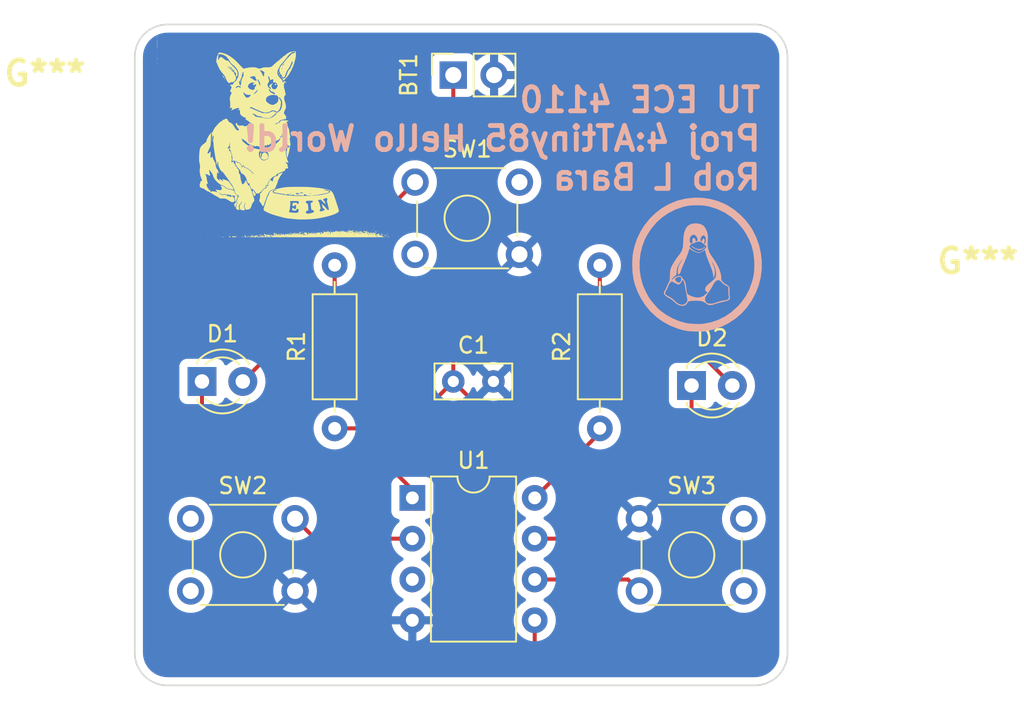
<source format=kicad_pcb>
(kicad_pcb (version 20211014) (generator pcbnew)
  (title_block (title "TU ECE 4110") (date "2022-09-28") (rev "V1") (company "Project 4 ATtiny85 Hello World!") (comment 1 "Rob L Bara"))
  (layers (0 "F.Cu" signal) (31 "B.Cu" signal) (34 "B.Paste" user) (35 "F.Paste" user) (36 "B.SilkS" user "B.Silkscreen") (37 "F.SilkS" user "F.Silkscreen") (38 "B.Mask" user) (39 "F.Mask" user) (44 "Edge.Cuts" user))
  (net 0 "")
  (net 1 "VCC")
  (net 2 "GND")
  (net 3 "/PB3")
  (net 4 "Net-(D1-Pad2)")
  (net 5 "Net-(D2-Pad2)")
  (net 9 "/PB0")
  (net 11 "/PB5")
  (net 12 "/PB1")
  (net 13 "/PB2")
  (net 14 "/PB4")
  (footprint "LED_THT:LED_D3.0mm" (layer "F.Cu") (at 153.03 93.345)
    (fp_text reference "D1" (at 1.27 -2.96) (layer "F.SilkS"))
    (fp_text value "LED")
    (pad "1" thru_hole rect (at 0 0) (size 1.8 1.8) (drill 0.9) (layers *.Cu *.Mask) (net 3 "/PB3"))
    (pad "2" thru_hole circle (at 2.54 0) (size 1.8 1.8) (drill 0.9) (layers *.Cu *.Mask) (net 4 "Net-(D1-Pad2)"))
  )
  (footprint "Connector_PinSocket_2.54mm:PinSocket_1x02_P2.54mm_Vertical" (layer "F.Cu") (at 168.676 74.27 90)
    (fp_text reference "BT1" (at 0 -2.77 90) (layer "F.SilkS"))
    (fp_text value "Battery")
    (pad "1" thru_hole rect (at 0 0 90) (size 1.7 1.7) (drill 1) (layers *.Cu *.Mask) (net 1 "VCC"))
    (pad "2" thru_hole oval (at 0 2.54 90) (size 1.7 1.7) (drill 1) (layers *.Cu *.Mask) (net 2 "GND"))
  )
  (footprint "Button_Switch_THT:SW_TH_Tactile_Omron_B3F-10xx" (layer "F.Cu") (at 166.295 80.935)
    (fp_text reference "SW1" (at 3.25 -2.05) (layer "F.SilkS"))
    (fp_text value "SW_MEC_5E")
    (pad "1" thru_hole circle (at 0 0) (size 1.7 1.7) (drill 1) (layers *.Cu *.Mask) (net 11 "/PB5"))
    (pad "2" thru_hole circle (at 6.5 0) (size 1.7 1.7) (drill 1) (layers *.Cu *.Mask))
    (pad "3" thru_hole circle (at 0 4.5) (size 1.7 1.7) (drill 1) (layers *.Cu *.Mask))
    (pad "4" thru_hole circle (at 6.5 4.5) (size 1.7 1.7) (drill 1) (layers *.Cu *.Mask) (net 2 "GND"))
  )
  (footprint "Package_DIP:DIP-8_W7.62mm" (layer "F.Cu") (at 166.126 100.594)
    (fp_text reference "U1" (at 3.81 -2.33) (layer "F.SilkS"))
    (fp_text value "ATtiny85-20P")
    (pad "1" thru_hole rect (at 0 0) (size 1.6 1.6) (drill 0.8) (layers *.Cu *.Mask) (net 11 "/PB5"))
    (pad "2" thru_hole oval (at 0 2.54) (size 1.6 1.6) (drill 0.8) (layers *.Cu *.Mask) (net 3 "/PB3"))
    (pad "3" thru_hole oval (at 0 5.08) (size 1.6 1.6) (drill 0.8) (layers *.Cu *.Mask) (net 14 "/PB4"))
    (pad "4" thru_hole oval (at 0 7.62) (size 1.6 1.6) (drill 0.8) (layers *.Cu *.Mask) (net 2 "GND"))
    (pad "5" thru_hole oval (at 7.62 7.62) (size 1.6 1.6) (drill 0.8) (layers *.Cu *.Mask) (net 9 "/PB0"))
    (pad "6" thru_hole oval (at 7.62 5.08) (size 1.6 1.6) (drill 0.8) (layers *.Cu *.Mask) (net 12 "/PB1"))
    (pad "7" thru_hole oval (at 7.62 2.54) (size 1.6 1.6) (drill 0.8) (layers *.Cu *.Mask) (net 13 "/PB2"))
    (pad "8" thru_hole oval (at 7.62 0) (size 1.6 1.6) (drill 0.8) (layers *.Cu *.Mask) (net 1 "VCC"))
  )
  (footprint "Button_Switch_THT:SW_TH_Tactile_Omron_B3F-10xx" (layer "F.Cu") (at 152.325 101.89)
    (fp_text reference "SW2" (at 3.25 -2.05) (layer "F.SilkS"))
    (fp_text value "SW_MEC_5E")
    (pad "1" thru_hole circle (at 0 0) (size 1.7 1.7) (drill 1) (layers *.Cu *.Mask))
    (pad "2" thru_hole circle (at 6.5 0) (size 1.7 1.7) (drill 1) (layers *.Cu *.Mask) (net 9 "/PB0"))
    (pad "3" thru_hole circle (at 0 4.5) (size 1.7 1.7) (drill 1) (layers *.Cu *.Mask))
    (pad "4" thru_hole circle (at 6.5 4.5) (size 1.7 1.7) (drill 1) (layers *.Cu *.Mask) (net 2 "GND"))
  )
  (footprint "LED_THT:LED_D3.0mm" (layer "F.Cu") (at 183.51 93.599)
    (fp_text reference "D2" (at 1.27 -2.96) (layer "F.SilkS"))
    (fp_text value "LED")
    (pad "1" thru_hole rect (at 0 0) (size 1.8 1.8) (drill 0.9) (layers *.Cu *.Mask) (net 13 "/PB2"))
    (pad "2" thru_hole circle (at 2.54 0) (size 1.8 1.8) (drill 0.9) (layers *.Cu *.Mask) (net 5 "Net-(D2-Pad2)"))
  )
  (footprint "Resistor_THT:R_Axial_DIN0207_L6.3mm_D2.5mm_P10.16mm_Horizontal" (layer "F.Cu") (at 161.29 96.266 90)
    (fp_text reference "R1" (at 5.08 -2.37 90) (layer "F.SilkS"))
    (fp_text value "R")
    (pad "1" thru_hole circle (at 0 0 90) (size 1.6 1.6) (drill 0.8) (layers *.Cu *.Mask) (net 1 "VCC"))
    (pad "2" thru_hole oval (at 10.16 0 90) (size 1.6 1.6) (drill 0.8) (layers *.Cu *.Mask) (net 4 "Net-(D1-Pad2)"))
  )
  (footprint "Resistor_THT:R_Axial_DIN0207_L6.3mm_D2.5mm_P10.16mm_Horizontal" (layer "F.Cu") (at 177.8 96.266 90)
    (fp_text reference "R2" (at 5.08 -2.37 90) (layer "F.SilkS"))
    (fp_text value "R")
    (pad "1" thru_hole circle (at 0 0 90) (size 1.6 1.6) (drill 0.8) (layers *.Cu *.Mask) (net 1 "VCC"))
    (pad "2" thru_hole oval (at 10.16 0 90) (size 1.6 1.6) (drill 0.8) (layers *.Cu *.Mask) (net 5 "Net-(D2-Pad2)"))
  )
  (footprint "Logos images:ein4" (layer "F.Cu") (at 157.48 77.724)
    (fp_text reference "G***" (at -14.224 -3.556) (layer "F.SilkS") (effects (font (size 1.524 1.524) (thickness 0.3))))
    (fp_text value "LOGO" hide)
  )
  (footprint "Capacitor_THT:C_Rect_L4.6mm_W2.0mm_P2.50mm_MKS02_FKP02" (layer "F.Cu") (at 168.676 93.345)
    (fp_text reference "C1" (at 1.25 -2.25) (layer "F.SilkS"))
    (fp_text value "CAP")
    (pad "1" thru_hole circle (at 0 0) (size 1.4 1.4) (drill 0.7) (layers *.Cu *.Mask) (net 1 "VCC"))
    (pad "2" thru_hole circle (at 2.5 0) (size 1.4 1.4) (drill 0.7) (layers *.Cu *.Mask) (net 2 "GND"))
  )
  (footprint "Button_Switch_THT:SW_TH_Tactile_Omron_B3F-10xx" (layer "F.Cu") (at 180.265 101.89)
    (fp_text reference "SW3" (at 3.25 -2.05) (layer "F.SilkS"))
    (fp_text value "SW_MEC_5E")
    (pad "1" thru_hole circle (at 0 0) (size 1.7 1.7) (drill 1) (layers *.Cu *.Mask) (net 2 "GND"))
    (pad "2" thru_hole circle (at 6.5 0) (size 1.7 1.7) (drill 1) (layers *.Cu *.Mask))
    (pad "3" thru_hole circle (at 0 4.5) (size 1.7 1.7) (drill 1) (layers *.Cu *.Mask) (net 12 "/PB1"))
    (pad "4" thru_hole circle (at 6.5 4.5) (size 1.7 1.7) (drill 1) (layers *.Cu *.Mask))
  )
  (footprint "Logos images:tuxsmol" (layer "B.Cu") (at 183.896 85.852 180)
    (fp_text reference "G***" (at -14.732 0) (layer "F.SilkS") (effects (font (size 1.524 1.524) (thickness 0.3)) (justify left)))
    (fp_text value "LOGO" hide)
  )
  (gr_line (start 189.484 73.152) (end 189.484 110.236) (layer "Edge.Cuts") (width 0.1))
  (gr_line (start 187.452 112.268) (end 150.876 112.268) (layer "Edge.Cuts") (width 0.1))
  (gr_line (start 150.876 71.12) (end 187.452 71.12) (layer "Edge.Cuts") (width 0.1))
  (gr_arc (start 150.876 112.268) (mid 149.439159 111.672841) (end 148.844 110.236) (layer "Edge.Cuts") (width 0.1))
  (gr_arc (start 189.484 110.236) (mid 188.888841 111.672841) (end 187.452 112.268) (layer "Edge.Cuts") (width 0.1))
  (gr_arc (start 187.452 71.12) (mid 188.888841 71.715159) (end 189.484 73.152) (layer "Edge.Cuts") (width 0.1))
  (gr_arc (start 148.844 73.152) (mid 149.439159 71.715159) (end 150.876 71.12) (layer "Edge.Cuts") (width 0.1))
  (gr_line (start 148.844 110.236) (end 148.844 73.152) (layer "Edge.Cuts") (width 0.1))
  (gr_text "TU ECE 4110\nProj 4:ATtiny85 Hello World!\nRob L Bara" (at 187.96 78.232) (layer "B.SilkS") (effects (font (size 1.5 1.5) (thickness 0.3)) (justify left mirror)))
  (segment (start 165.755 96.266) (end 168.676 93.345) (width 0.25) (layer "F.Cu") (net 1))
  (segment (start 168.676 93.345) (end 173.893 98.562) (width 0.25) (layer "F.Cu") (net 1))
  (segment (start 175.778 98.562) (end 177.8 96.54) (width 0.25) (layer "F.Cu") (net 1))
  (segment (start 177.8 96.54) (end 177.8 96.266) (width 0.25) (layer "F.Cu") (net 1))
  (segment (start 173.893 98.562) (end 175.778 98.562) (width 0.25) (layer "F.Cu") (net 1))
  (segment (start 168.676 74.27) (end 168.676 93.345) (width 0.25) (layer "F.Cu") (net 1))
  (segment (start 173.746 100.594) (end 175.778 98.562) (width 0.25) (layer "F.Cu") (net 1))
  (segment (start 161.29 96.266) (end 165.755 96.266) (width 0.25) (layer "F.Cu") (net 1))
  (segment (start 153.03 95.118) (end 156.972 99.06) (width 0.25) (layer "F.Cu") (net 3))
  (segment (start 160.02 99.06) (end 164.094 103.134) (width 0.25) (layer "F.Cu") (net 3))
  (segment (start 164.094 103.134) (end 166.126 103.134) (width 0.25) (layer "F.Cu") (net 3))
  (segment (start 153.03 93.345) (end 153.03 95.118) (width 0.25) (layer "F.Cu") (net 3))
  (segment (start 156.972 99.06) (end 160.02 99.06) (width 0.25) (layer "F.Cu") (net 3))
  (segment (start 161.29 86.106) (end 161.29 87.625) (width 0.25) (layer "F.Cu") (net 4))
  (segment (start 161.29 87.625) (end 155.57 93.345) (width 0.25) (layer "F.Cu") (net 4))
  (segment (start 184.404 91.953) (end 186.05 93.599) (width 0.25) (layer "F.Cu") (net 5))
  (segment (start 177.8 86.106) (end 177.8 87.376) (width 0.25) (layer "F.Cu") (net 5))
  (segment (start 182.372 91.948) (end 184.404 91.948) (width 0.25) (layer "F.Cu") (net 5))
  (segment (start 184.404 91.948) (end 184.404 91.953) (width 0.25) (layer "F.Cu") (net 5))
  (segment (start 177.8 87.376) (end 182.372 91.948) (width 0.25) (layer "F.Cu") (net 5))
  (segment (start 163.576 109.22) (end 165.1 110.744) (width 0.25) (layer "F.Cu") (net 9))
  (segment (start 173.746 109.718) (end 173.746 108.214) (width 0.25) (layer "F.Cu") (net 9))
  (segment (start 172.72 110.744) (end 173.746 109.718) (width 0.25) (layer "F.Cu") (net 9))
  (segment (start 163.576 106.641) (end 163.576 109.22) (width 0.25) (layer "F.Cu") (net 9))
  (segment (start 165.1 110.744) (end 172.72 110.744) (width 0.25) (layer "F.Cu") (net 9))
  (segment (start 158.825 101.89) (end 163.576 106.641) (width 0.25) (layer "F.Cu") (net 9))
  (segment (start 158.496 93.98) (end 158.496 97.028) (width 0.25) (layer "F.Cu") (net 11))
  (segment (start 164.084 98.044) (end 166.126 100.086) (width 0.25) (layer "F.Cu") (net 11))
  (segment (start 164.592 82.638) (end 164.592 87.884) (width 0.25) (layer "F.Cu") (net 11))
  (segment (start 164.592 87.884) (end 158.496 93.98) (width 0.25) (layer "F.Cu") (net 11))
  (segment (start 159.512 98.044) (end 164.084 98.044) (width 0.25) (layer "F.Cu") (net 11))
  (segment (start 158.496 97.028) (end 159.512 98.044) (width 0.25) (layer "F.Cu") (net 11))
  (segment (start 166.295 80.935) (end 164.592 82.638) (width 0.25) (layer "F.Cu") (net 11))
  (segment (start 166.126 100.086) (end 166.126 100.594) (width 0.25) (layer "F.Cu") (net 11))
  (segment (start 179.549 105.674) (end 180.265 106.39) (width 0.25) (layer "F.Cu") (net 12))
  (segment (start 173.746 105.674) (end 179.549 105.674) (width 0.25) (layer "F.Cu") (net 12))
  (segment (start 173.746 103.134) (end 175.25 103.134) (width 0.25) (layer "F.Cu") (net 13))
  (segment (start 175.25 103.134) (end 180.34 98.044) (width 0.25) (layer "F.Cu") (net 13))
  (segment (start 182.372 98.044) (end 183.51 96.906) (width 0.25) (layer "F.Cu") (net 13))
  (segment (start 180.34 98.044) (end 182.372 98.044) (width 0.25) (layer "F.Cu") (net 13))
  (segment (start 183.51 96.906) (end 183.51 93.599) (width 0.25) (layer "F.Cu") (net 13))
  (zone (net 2) (net_name "GND") (layer "B.Cu") (connect_pads (clearance 0.508)) (min_thickness 0.254) (fill yes (thermal_gap 0.508) (thermal_bridge_width 0.508))
    (polygon (pts (xy 192.024 114.3) (xy 146.812 114.3) (xy 146.812 69.596) (xy 192.024 69.596)))
  )
)
</source>
